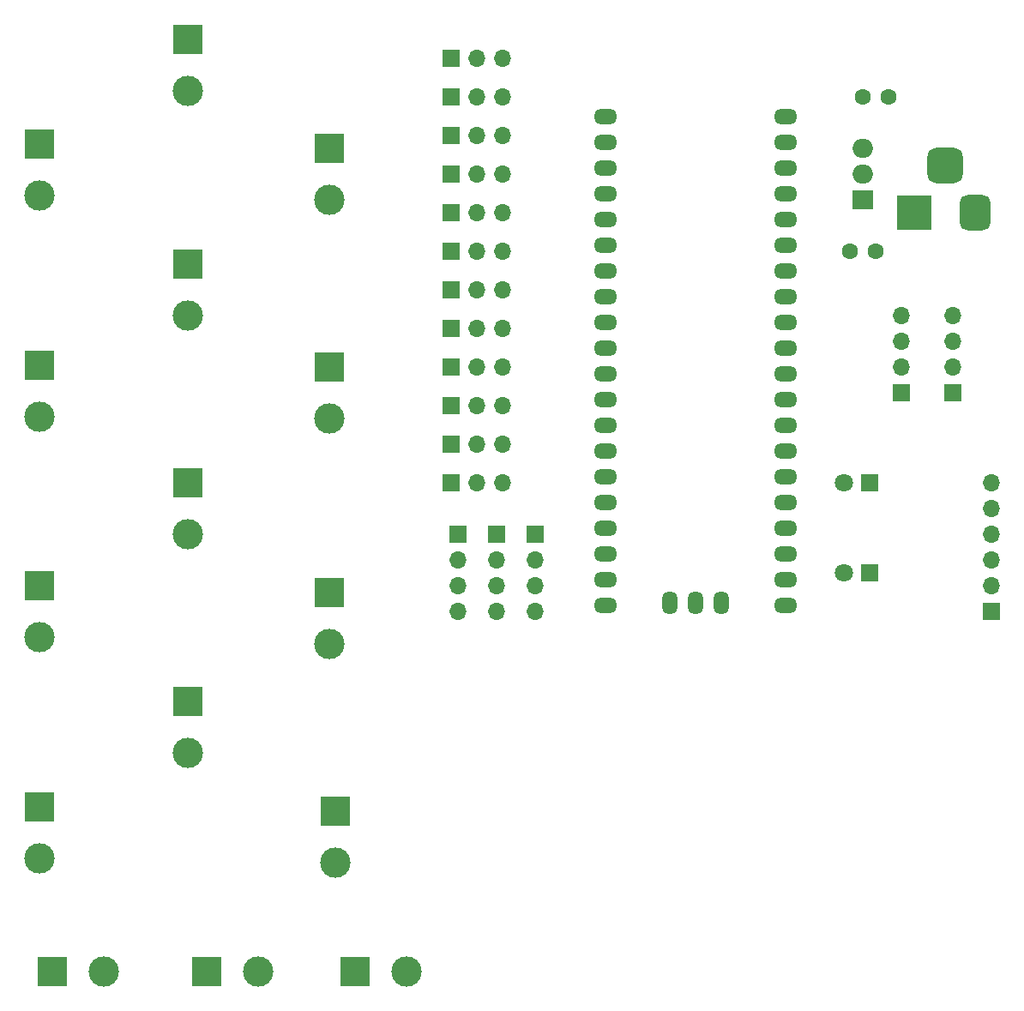
<source format=gbr>
%TF.GenerationSoftware,KiCad,Pcbnew,7.0.6*%
%TF.CreationDate,2023-07-18T10:57:58+02:00*%
%TF.ProjectId,PCB,5043422e-6b69-4636-9164-5f7063625858,rev?*%
%TF.SameCoordinates,Original*%
%TF.FileFunction,Soldermask,Bot*%
%TF.FilePolarity,Negative*%
%FSLAX46Y46*%
G04 Gerber Fmt 4.6, Leading zero omitted, Abs format (unit mm)*
G04 Created by KiCad (PCBNEW 7.0.6) date 2023-07-18 10:57:58*
%MOMM*%
%LPD*%
G01*
G04 APERTURE LIST*
G04 Aperture macros list*
%AMRoundRect*
0 Rectangle with rounded corners*
0 $1 Rounding radius*
0 $2 $3 $4 $5 $6 $7 $8 $9 X,Y pos of 4 corners*
0 Add a 4 corners polygon primitive as box body*
4,1,4,$2,$3,$4,$5,$6,$7,$8,$9,$2,$3,0*
0 Add four circle primitives for the rounded corners*
1,1,$1+$1,$2,$3*
1,1,$1+$1,$4,$5*
1,1,$1+$1,$6,$7*
1,1,$1+$1,$8,$9*
0 Add four rect primitives between the rounded corners*
20,1,$1+$1,$2,$3,$4,$5,0*
20,1,$1+$1,$4,$5,$6,$7,0*
20,1,$1+$1,$6,$7,$8,$9,0*
20,1,$1+$1,$8,$9,$2,$3,0*%
G04 Aperture macros list end*
%ADD10R,3.000000X3.000000*%
%ADD11C,3.000000*%
%ADD12C,1.600000*%
%ADD13R,1.700000X1.700000*%
%ADD14O,1.700000X1.700000*%
%ADD15R,1.800000X1.800000*%
%ADD16C,1.800000*%
%ADD17R,3.500000X3.500000*%
%ADD18RoundRect,0.750000X0.750000X1.000000X-0.750000X1.000000X-0.750000X-1.000000X0.750000X-1.000000X0*%
%ADD19RoundRect,0.875000X0.875000X0.875000X-0.875000X0.875000X-0.875000X-0.875000X0.875000X-0.875000X0*%
%ADD20R,2.000000X1.905000*%
%ADD21O,2.000000X1.905000*%
%ADD22O,2.300000X1.524000*%
%ADD23O,1.524000X2.300000*%
G04 APERTURE END LIST*
D10*
%TO.C,P11*%
X109855000Y-73660000D03*
D11*
X109855000Y-78740000D03*
%TD*%
D12*
%TO.C,C1*%
X161290000Y-62230000D03*
X163790000Y-62230000D03*
%TD*%
D13*
%TO.C,LC2*%
X171450000Y-76200000D03*
D14*
X171450000Y-73660000D03*
X171450000Y-71120000D03*
X171450000Y-68580000D03*
%TD*%
D10*
%TO.C,P6*%
X95885000Y-85090000D03*
D11*
X95885000Y-90170000D03*
%TD*%
D10*
%TO.C,P5*%
X95885000Y-106680000D03*
D11*
X95885000Y-111760000D03*
%TD*%
D13*
%TO.C,E7*%
X121920000Y-66040000D03*
D14*
X124460000Y-66040000D03*
X127000000Y-66040000D03*
%TD*%
D10*
%TO.C,P12*%
X109855000Y-52070000D03*
D11*
X109855000Y-57150000D03*
%TD*%
D10*
%TO.C,P_IN1*%
X82550000Y-133350000D03*
D11*
X87630000Y-133350000D03*
%TD*%
D13*
%TO.C,3V3*%
X122555000Y-90170000D03*
D14*
X122555000Y-92710000D03*
X122555000Y-95250000D03*
X122555000Y-97790000D03*
%TD*%
D15*
%TO.C,D1*%
X163195000Y-93980000D03*
D16*
X160655000Y-93980000D03*
%TD*%
D13*
%TO.C,PINS1*%
X130175000Y-90170000D03*
D14*
X130175000Y-92710000D03*
X130175000Y-95250000D03*
X130175000Y-97790000D03*
%TD*%
D10*
%TO.C,P9*%
X110490000Y-117475000D03*
D11*
X110490000Y-122555000D03*
%TD*%
D13*
%TO.C,E1*%
X121920000Y-43180000D03*
D14*
X124460000Y-43180000D03*
X127000000Y-43180000D03*
%TD*%
D10*
%TO.C,P7*%
X95885000Y-63500000D03*
D11*
X95885000Y-68580000D03*
%TD*%
D12*
%TO.C,C2*%
X162560000Y-46990000D03*
X165060000Y-46990000D03*
%TD*%
D13*
%TO.C,J1*%
X175260000Y-97790000D03*
D14*
X175260000Y-95250000D03*
X175260000Y-92710000D03*
X175260000Y-90170000D03*
X175260000Y-87630000D03*
X175260000Y-85090000D03*
%TD*%
D10*
%TO.C,P1*%
X81280000Y-117051668D03*
D11*
X81280000Y-122131668D03*
%TD*%
D13*
%TO.C,E3*%
X121920000Y-50800000D03*
D14*
X124460000Y-50800000D03*
X127000000Y-50800000D03*
%TD*%
D13*
%TO.C,E8*%
X121920000Y-69850000D03*
D14*
X124460000Y-69850000D03*
X127000000Y-69850000D03*
%TD*%
D10*
%TO.C,P3*%
X81280000Y-73448334D03*
D11*
X81280000Y-78528334D03*
%TD*%
D15*
%TO.C,D2*%
X163195000Y-85090000D03*
D16*
X160655000Y-85090000D03*
%TD*%
D13*
%TO.C,E10*%
X121920000Y-77470000D03*
D14*
X124460000Y-77470000D03*
X127000000Y-77470000D03*
%TD*%
D10*
%TO.C,P_IN3*%
X112395000Y-133350000D03*
D11*
X117475000Y-133350000D03*
%TD*%
D13*
%TO.C,GND1*%
X126365000Y-90170000D03*
D14*
X126365000Y-92710000D03*
X126365000Y-95250000D03*
X126365000Y-97790000D03*
%TD*%
D13*
%TO.C,E11*%
X121920000Y-81280000D03*
D14*
X124460000Y-81280000D03*
X127000000Y-81280000D03*
%TD*%
D17*
%TO.C,J18*%
X167640000Y-58420000D03*
D18*
X173640000Y-58420000D03*
D19*
X170640000Y-53720000D03*
%TD*%
D13*
%TO.C,E2*%
X121935000Y-46965000D03*
D14*
X124475000Y-46965000D03*
X127015000Y-46965000D03*
%TD*%
D20*
%TO.C,U2*%
X162560000Y-57150000D03*
D21*
X162560000Y-54610000D03*
X162560000Y-52070000D03*
%TD*%
D10*
%TO.C,P_IN2*%
X97790000Y-133350000D03*
D11*
X102870000Y-133350000D03*
%TD*%
D13*
%TO.C,E4*%
X121920000Y-54610000D03*
D14*
X124460000Y-54610000D03*
X127000000Y-54610000D03*
%TD*%
D13*
%TO.C,E6*%
X121920000Y-62230000D03*
D14*
X124460000Y-62230000D03*
X127000000Y-62230000D03*
%TD*%
D10*
%TO.C,P4*%
X81280000Y-51646668D03*
D11*
X81280000Y-56726668D03*
%TD*%
%TO.C,P8*%
X95885000Y-46355000D03*
D10*
X95885000Y-41275000D03*
%TD*%
D13*
%TO.C,E5*%
X121920000Y-58420000D03*
D14*
X124460000Y-58420000D03*
X127000000Y-58420000D03*
%TD*%
D13*
%TO.C,E9*%
X121920000Y-73660000D03*
D14*
X124460000Y-73660000D03*
X127000000Y-73660000D03*
%TD*%
D10*
%TO.C,P10*%
X109855000Y-95885000D03*
D11*
X109855000Y-100965000D03*
%TD*%
D13*
%TO.C,LC1*%
X166395000Y-76225000D03*
D14*
X166395000Y-73685000D03*
X166395000Y-71145000D03*
X166395000Y-68605000D03*
%TD*%
D10*
%TO.C,P2*%
X81280000Y-95250000D03*
D11*
X81280000Y-100330000D03*
%TD*%
D14*
%TO.C,E12*%
X127000000Y-85090000D03*
X124460000Y-85090000D03*
D13*
X121920000Y-85090000D03*
%TD*%
D22*
%TO.C,U1*%
X137160000Y-48925000D03*
X137160000Y-51465000D03*
X137160000Y-54005000D03*
X137160000Y-56545000D03*
X137160000Y-59085000D03*
X137160000Y-61625000D03*
X137160000Y-64165000D03*
X137160000Y-66705000D03*
X137160000Y-69245000D03*
X137160000Y-71785000D03*
X137160000Y-74325000D03*
X137160000Y-76865000D03*
X137160000Y-79405000D03*
X137160000Y-81945000D03*
X137160000Y-84485000D03*
X137160000Y-87025000D03*
X137160000Y-89565000D03*
X137160000Y-92105000D03*
X137160000Y-94645000D03*
X137160000Y-97185000D03*
X154940000Y-97185000D03*
X154940000Y-94645000D03*
X154940000Y-92105000D03*
X154940000Y-89565000D03*
X154940000Y-87025000D03*
X154940000Y-84485000D03*
X154940000Y-81945000D03*
X154940000Y-79405000D03*
X154940000Y-76865000D03*
X154940000Y-74325000D03*
X154940000Y-71785000D03*
X154940000Y-69245000D03*
X154940000Y-66705000D03*
X154940000Y-64165000D03*
X154940000Y-61625000D03*
X154940000Y-59085000D03*
X154940000Y-56545000D03*
X154940000Y-54005000D03*
X154940000Y-51465000D03*
X154940000Y-48925000D03*
D23*
X143510000Y-96955000D03*
X146050000Y-96955000D03*
X148590000Y-96955000D03*
%TD*%
M02*

</source>
